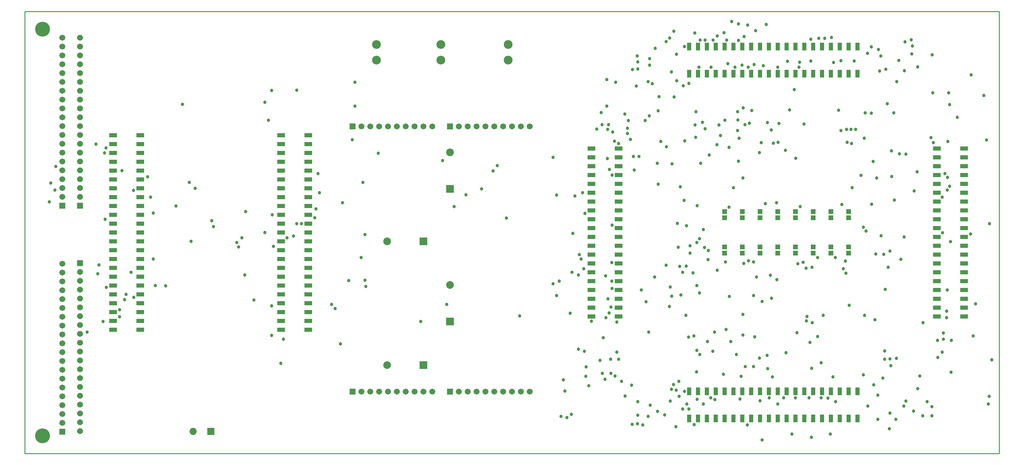
<source format=gbs>
G04 Layer_Color=16711935*
%FSLAX25Y25*%
%MOIN*%
G70*
G01*
G75*
%ADD23C,0.01000*%
%ADD42R,0.05800X0.05800*%
%ADD47R,0.04737X0.08674*%
%ADD48R,0.08674X0.04737*%
%ADD52R,0.08674X0.08674*%
%ADD53C,0.08674*%
%ADD54R,0.08674X0.08674*%
%ADD55C,0.08083*%
%ADD56R,0.08083X0.08083*%
%ADD57C,0.16800*%
%ADD58C,0.06706*%
%ADD59R,0.06706X0.06706*%
%ADD60R,0.06706X0.06706*%
%ADD61C,0.09900*%
%ADD62C,0.03800*%
G36*
X293600Y137600D02*
X284900D01*
Y142400D01*
X293600D01*
Y137600D01*
D02*
G37*
D23*
X0Y0D02*
Y500000D01*
X1100000D01*
Y0D02*
Y500000D01*
X0Y0D02*
X1100000D01*
D42*
X830000Y226500D02*
D03*
Y233500D02*
D03*
X930000Y226500D02*
D03*
Y233500D02*
D03*
X890000Y226500D02*
D03*
Y233500D02*
D03*
X810000Y273500D02*
D03*
Y266500D02*
D03*
X870000Y226500D02*
D03*
Y233500D02*
D03*
X850000Y226500D02*
D03*
Y233500D02*
D03*
X810000Y226500D02*
D03*
Y233500D02*
D03*
X790000Y226500D02*
D03*
Y233500D02*
D03*
X930000Y273500D02*
D03*
Y266500D02*
D03*
X910000Y273500D02*
D03*
Y266500D02*
D03*
Y226500D02*
D03*
Y233500D02*
D03*
X890000Y273500D02*
D03*
Y266500D02*
D03*
X870000Y273500D02*
D03*
Y266500D02*
D03*
X850000Y273500D02*
D03*
Y266500D02*
D03*
X830000Y273500D02*
D03*
Y266500D02*
D03*
X790000Y273500D02*
D03*
Y266500D02*
D03*
D47*
Y70354D02*
D03*
X770000D02*
D03*
X760000D02*
D03*
X750000D02*
D03*
X780000D02*
D03*
X830000D02*
D03*
X800000D02*
D03*
X810000D02*
D03*
X820000D02*
D03*
X840000D02*
D03*
X880000D02*
D03*
X850000D02*
D03*
X860000D02*
D03*
X870000D02*
D03*
X890000D02*
D03*
X930000D02*
D03*
X900000D02*
D03*
X910000D02*
D03*
X920000D02*
D03*
X940000D02*
D03*
Y39646D02*
D03*
X920000D02*
D03*
X910000D02*
D03*
X900000D02*
D03*
X930000D02*
D03*
X890000D02*
D03*
X870000D02*
D03*
X860000D02*
D03*
X850000D02*
D03*
X880000D02*
D03*
X840000D02*
D03*
X820000D02*
D03*
X810000D02*
D03*
X800000D02*
D03*
X830000D02*
D03*
X780000D02*
D03*
X750000D02*
D03*
X760000D02*
D03*
X770000D02*
D03*
X790000D02*
D03*
X900000Y429646D02*
D03*
X920000D02*
D03*
X930000D02*
D03*
X940000D02*
D03*
X910000D02*
D03*
X860000D02*
D03*
X890000D02*
D03*
X880000D02*
D03*
X870000D02*
D03*
X850000D02*
D03*
X810000D02*
D03*
X840000D02*
D03*
X830000D02*
D03*
X820000D02*
D03*
X800000D02*
D03*
X760000D02*
D03*
X790000D02*
D03*
X780000D02*
D03*
X770000D02*
D03*
X750000D02*
D03*
Y460354D02*
D03*
X770000D02*
D03*
X780000D02*
D03*
X790000D02*
D03*
X760000D02*
D03*
X800000D02*
D03*
X820000D02*
D03*
X830000D02*
D03*
X840000D02*
D03*
X810000D02*
D03*
X850000D02*
D03*
X870000D02*
D03*
X880000D02*
D03*
X890000D02*
D03*
X860000D02*
D03*
X910000D02*
D03*
X940000D02*
D03*
X930000D02*
D03*
X920000D02*
D03*
X900000D02*
D03*
D48*
X130291Y140000D02*
D03*
Y150000D02*
D03*
X99583Y210000D02*
D03*
Y190000D02*
D03*
Y180000D02*
D03*
Y170000D02*
D03*
Y200000D02*
D03*
Y250000D02*
D03*
Y220000D02*
D03*
Y230000D02*
D03*
Y240000D02*
D03*
Y260000D02*
D03*
Y300000D02*
D03*
Y270000D02*
D03*
Y280000D02*
D03*
Y290000D02*
D03*
Y310000D02*
D03*
Y350000D02*
D03*
Y320000D02*
D03*
Y330000D02*
D03*
Y340000D02*
D03*
Y360000D02*
D03*
X130291D02*
D03*
Y340000D02*
D03*
Y330000D02*
D03*
Y320000D02*
D03*
Y350000D02*
D03*
Y310000D02*
D03*
Y290000D02*
D03*
Y280000D02*
D03*
Y270000D02*
D03*
Y300000D02*
D03*
Y260000D02*
D03*
Y240000D02*
D03*
Y230000D02*
D03*
Y220000D02*
D03*
Y250000D02*
D03*
Y200000D02*
D03*
Y170000D02*
D03*
Y180000D02*
D03*
Y190000D02*
D03*
Y210000D02*
D03*
X289291D02*
D03*
Y190000D02*
D03*
Y180000D02*
D03*
Y170000D02*
D03*
Y200000D02*
D03*
Y250000D02*
D03*
Y220000D02*
D03*
Y230000D02*
D03*
Y240000D02*
D03*
Y260000D02*
D03*
Y300000D02*
D03*
Y270000D02*
D03*
Y280000D02*
D03*
Y290000D02*
D03*
Y310000D02*
D03*
Y350000D02*
D03*
Y320000D02*
D03*
Y330000D02*
D03*
Y340000D02*
D03*
Y360000D02*
D03*
X320000D02*
D03*
Y340000D02*
D03*
Y330000D02*
D03*
Y320000D02*
D03*
Y350000D02*
D03*
Y310000D02*
D03*
Y290000D02*
D03*
Y280000D02*
D03*
Y270000D02*
D03*
Y300000D02*
D03*
Y260000D02*
D03*
Y240000D02*
D03*
Y230000D02*
D03*
Y220000D02*
D03*
Y250000D02*
D03*
Y200000D02*
D03*
Y170000D02*
D03*
Y180000D02*
D03*
Y190000D02*
D03*
Y210000D02*
D03*
X130291Y160000D02*
D03*
X99583Y140000D02*
D03*
Y150000D02*
D03*
Y160000D02*
D03*
X320000D02*
D03*
Y150000D02*
D03*
Y140000D02*
D03*
X289291Y150000D02*
D03*
Y160000D02*
D03*
X1060354Y305000D02*
D03*
Y325000D02*
D03*
Y335000D02*
D03*
Y345000D02*
D03*
Y315000D02*
D03*
Y265000D02*
D03*
Y295000D02*
D03*
Y285000D02*
D03*
Y275000D02*
D03*
Y255000D02*
D03*
Y215000D02*
D03*
Y245000D02*
D03*
Y235000D02*
D03*
Y225000D02*
D03*
Y205000D02*
D03*
Y165000D02*
D03*
Y195000D02*
D03*
Y185000D02*
D03*
Y175000D02*
D03*
Y155000D02*
D03*
X1029646D02*
D03*
Y175000D02*
D03*
Y185000D02*
D03*
Y195000D02*
D03*
Y165000D02*
D03*
Y205000D02*
D03*
Y225000D02*
D03*
Y235000D02*
D03*
Y245000D02*
D03*
Y215000D02*
D03*
Y255000D02*
D03*
Y275000D02*
D03*
Y285000D02*
D03*
Y295000D02*
D03*
Y265000D02*
D03*
Y315000D02*
D03*
Y345000D02*
D03*
Y335000D02*
D03*
Y325000D02*
D03*
Y305000D02*
D03*
X639646Y195000D02*
D03*
Y175000D02*
D03*
Y165000D02*
D03*
Y155000D02*
D03*
Y185000D02*
D03*
Y235000D02*
D03*
Y205000D02*
D03*
Y215000D02*
D03*
Y225000D02*
D03*
Y245000D02*
D03*
Y285000D02*
D03*
Y255000D02*
D03*
Y265000D02*
D03*
Y275000D02*
D03*
Y295000D02*
D03*
Y335000D02*
D03*
Y305000D02*
D03*
Y315000D02*
D03*
Y325000D02*
D03*
Y345000D02*
D03*
X670354D02*
D03*
Y325000D02*
D03*
Y315000D02*
D03*
Y305000D02*
D03*
Y335000D02*
D03*
Y295000D02*
D03*
Y275000D02*
D03*
Y265000D02*
D03*
Y255000D02*
D03*
Y285000D02*
D03*
Y245000D02*
D03*
Y225000D02*
D03*
Y215000D02*
D03*
Y205000D02*
D03*
Y235000D02*
D03*
Y185000D02*
D03*
Y155000D02*
D03*
Y165000D02*
D03*
Y175000D02*
D03*
Y195000D02*
D03*
D52*
X480000Y299409D02*
D03*
Y149409D02*
D03*
D53*
Y340591D02*
D03*
Y190591D02*
D03*
X408909Y240000D02*
D03*
Y100000D02*
D03*
D54*
X450091Y240000D02*
D03*
Y100000D02*
D03*
D55*
X190000Y25000D02*
D03*
D56*
X210000D02*
D03*
D57*
X20000Y20000D02*
D03*
Y480000D02*
D03*
D58*
X42300Y214800D02*
D03*
Y204800D02*
D03*
Y194800D02*
D03*
Y184800D02*
D03*
Y174800D02*
D03*
Y164800D02*
D03*
Y154800D02*
D03*
Y144800D02*
D03*
Y134800D02*
D03*
Y124800D02*
D03*
Y114800D02*
D03*
Y104800D02*
D03*
Y94800D02*
D03*
Y84800D02*
D03*
Y74800D02*
D03*
Y64800D02*
D03*
Y54800D02*
D03*
Y44800D02*
D03*
Y34800D02*
D03*
X62300Y25300D02*
D03*
Y35300D02*
D03*
Y45300D02*
D03*
Y55300D02*
D03*
Y65300D02*
D03*
Y75300D02*
D03*
Y85300D02*
D03*
Y95300D02*
D03*
Y105300D02*
D03*
Y115300D02*
D03*
Y125300D02*
D03*
Y135300D02*
D03*
Y145300D02*
D03*
Y155300D02*
D03*
Y165300D02*
D03*
Y175300D02*
D03*
Y185300D02*
D03*
Y195300D02*
D03*
Y205300D02*
D03*
Y470400D02*
D03*
Y460400D02*
D03*
Y450400D02*
D03*
Y440400D02*
D03*
Y430400D02*
D03*
Y420400D02*
D03*
Y410400D02*
D03*
Y400400D02*
D03*
Y390400D02*
D03*
Y380400D02*
D03*
Y370400D02*
D03*
Y360400D02*
D03*
Y350400D02*
D03*
Y340400D02*
D03*
Y330400D02*
D03*
Y320400D02*
D03*
Y310400D02*
D03*
Y300400D02*
D03*
Y290400D02*
D03*
X42300Y470400D02*
D03*
Y460400D02*
D03*
Y450400D02*
D03*
Y440400D02*
D03*
Y430400D02*
D03*
Y420400D02*
D03*
Y410400D02*
D03*
Y400400D02*
D03*
Y390400D02*
D03*
Y380400D02*
D03*
Y370400D02*
D03*
Y360400D02*
D03*
Y350400D02*
D03*
Y340400D02*
D03*
Y330400D02*
D03*
Y320400D02*
D03*
Y310400D02*
D03*
Y300400D02*
D03*
Y290400D02*
D03*
X380000Y370000D02*
D03*
X400000D02*
D03*
X410000D02*
D03*
X420000D02*
D03*
X430000D02*
D03*
X440000D02*
D03*
X450000D02*
D03*
X460000D02*
D03*
X390000D02*
D03*
X380000Y70000D02*
D03*
X400000D02*
D03*
X410000D02*
D03*
X420000D02*
D03*
X430000D02*
D03*
X440000D02*
D03*
X450000D02*
D03*
X460000D02*
D03*
X390000D02*
D03*
X490000Y370000D02*
D03*
X510000D02*
D03*
X520000D02*
D03*
X530000D02*
D03*
X540000D02*
D03*
X550000D02*
D03*
X560000D02*
D03*
X570000D02*
D03*
X500000D02*
D03*
X490000Y70000D02*
D03*
X510000D02*
D03*
X520000D02*
D03*
X530000D02*
D03*
X540000D02*
D03*
X550000D02*
D03*
X560000D02*
D03*
X570000D02*
D03*
X500000D02*
D03*
D59*
X42300Y24800D02*
D03*
X62300Y215300D02*
D03*
Y280400D02*
D03*
X42300D02*
D03*
D60*
X370000Y370000D02*
D03*
Y70000D02*
D03*
X480000Y370000D02*
D03*
Y70000D02*
D03*
D61*
X469483Y462615D02*
D03*
Y444898D02*
D03*
X396983Y462615D02*
D03*
Y444898D02*
D03*
X545483Y462615D02*
D03*
Y444898D02*
D03*
D62*
X971400Y185800D02*
D03*
X120004Y205104D02*
D03*
X107000Y162600D02*
D03*
X147200Y190000D02*
D03*
X122900Y176800D02*
D03*
X114300Y180000D02*
D03*
X80200Y350000D02*
D03*
X29300Y306100D02*
D03*
X312200Y260000D02*
D03*
X271100Y397200D02*
D03*
Y250000D02*
D03*
X178100Y394900D02*
D03*
X245130Y243900D02*
D03*
X307100Y411100D02*
D03*
Y260000D02*
D03*
X83783Y213400D02*
D03*
X82300Y203400D02*
D03*
X88200Y149400D02*
D03*
X112604Y173900D02*
D03*
X278800Y167100D02*
D03*
Y133800D02*
D03*
X280600Y234400D02*
D03*
X248200Y202000D02*
D03*
X91600Y345800D02*
D03*
X275100Y376900D02*
D03*
X296100Y244000D02*
D03*
X33900Y297900D02*
D03*
X142008Y290000D02*
D03*
X138500Y313000D02*
D03*
X170800Y280000D02*
D03*
X292100Y129300D02*
D03*
X765000Y374800D02*
D03*
X795200Y177600D02*
D03*
X1007300Y318700D02*
D03*
X1040500Y153750D02*
D03*
X730300Y177900D02*
D03*
X328500Y276600D02*
D03*
X385100Y189100D02*
D03*
X976600Y229000D02*
D03*
X992600Y245000D02*
D03*
X1041600Y312200D02*
D03*
X1044100Y302400D02*
D03*
X693300Y336000D02*
D03*
X686826D02*
D03*
X797100Y126800D02*
D03*
X770600D02*
D03*
X887900Y18300D02*
D03*
X685600Y32900D02*
D03*
X691657Y33800D02*
D03*
X909400Y22000D02*
D03*
X866100Y22100D02*
D03*
X697600Y32300D02*
D03*
X830000Y59667D02*
D03*
X703631Y42000D02*
D03*
X888400Y96400D02*
D03*
X976600Y106900D02*
D03*
X970700Y106800D02*
D03*
X822500Y98300D02*
D03*
X970700Y115900D02*
D03*
X813300Y98300D02*
D03*
X968700Y85200D02*
D03*
X808500Y87300D02*
D03*
X788600Y89800D02*
D03*
X977600Y99400D02*
D03*
X983200Y38600D02*
D03*
X765900Y55900D02*
D03*
X842600Y366000D02*
D03*
X813000Y372000D02*
D03*
X797975Y488575D02*
D03*
X993750Y465500D02*
D03*
X1000500Y467900D02*
D03*
X815900Y484800D02*
D03*
X805500Y486112D02*
D03*
X986600Y444800D02*
D03*
X913100Y442200D02*
D03*
X1001300Y452000D02*
D03*
X936400Y443900D02*
D03*
X724100Y466057D02*
D03*
X887400Y444100D02*
D03*
X743300Y416100D02*
D03*
X730100Y431500D02*
D03*
X861100Y443600D02*
D03*
X735500Y451667D02*
D03*
X921200Y444200D02*
D03*
X951400Y452500D02*
D03*
X727900Y470000D02*
D03*
X399100Y339500D02*
D03*
X918500Y388300D02*
D03*
X1052800Y380200D02*
D03*
X976550Y45750D02*
D03*
X1045500Y92000D02*
D03*
X631000Y208900D02*
D03*
X714900Y304600D02*
D03*
X766100Y253400D02*
D03*
X963100Y65900D02*
D03*
Y38700D02*
D03*
X1023000Y357200D02*
D03*
X966500Y246300D02*
D03*
X978700Y313300D02*
D03*
X946700Y255987D02*
D03*
X944000Y314800D02*
D03*
X957633Y330200D02*
D03*
X994600Y338800D02*
D03*
X978200Y342200D02*
D03*
X981100Y385462D02*
D03*
X749500Y50200D02*
D03*
X759100Y280300D02*
D03*
X981700Y286500D02*
D03*
X1004100Y297074D02*
D03*
X755500Y32700D02*
D03*
X690400Y415600D02*
D03*
X1024900Y408000D02*
D03*
X946500Y89000D02*
D03*
X906700Y62500D02*
D03*
X912200Y86500D02*
D03*
X1030200Y128000D02*
D03*
X1010300Y87600D02*
D03*
X915300Y58500D02*
D03*
X850000Y55898D02*
D03*
X1036970Y129200D02*
D03*
X1035700Y114700D02*
D03*
X1030600Y108600D02*
D03*
X1046100Y128000D02*
D03*
X885429Y62900D02*
D03*
X859200Y114100D02*
D03*
X776500Y115700D02*
D03*
X758500Y116600D02*
D03*
X899000Y102800D02*
D03*
Y62900D02*
D03*
X870000D02*
D03*
X841600Y201500D02*
D03*
X754200Y204300D02*
D03*
X856500Y62900D02*
D03*
X849000Y196635D02*
D03*
X710900Y199500D02*
D03*
X736700Y260300D02*
D03*
X758500Y238500D02*
D03*
X758700Y190100D02*
D03*
X843000Y175500D02*
D03*
X844100Y86600D02*
D03*
X747100Y257549D02*
D03*
X761600Y243049D02*
D03*
Y181800D02*
D03*
X740700Y179400D02*
D03*
X738400Y81600D02*
D03*
X729900Y72750D02*
D03*
X732300Y78000D02*
D03*
X759000Y61452D02*
D03*
X767400Y233000D02*
D03*
X750900Y235000D02*
D03*
X774300Y63000D02*
D03*
X771200Y219400D02*
D03*
X751000Y226620D02*
D03*
X746700Y212100D02*
D03*
X739200Y211700D02*
D03*
X735200Y71500D02*
D03*
X666398Y87700D02*
D03*
X662900Y186700D02*
D03*
X661500Y165700D02*
D03*
X661300Y106800D02*
D03*
X625000Y201900D02*
D03*
X624900Y117861D02*
D03*
X652000Y90761D02*
D03*
X628000Y220100D02*
D03*
X631700Y115600D02*
D03*
X649300Y105400D02*
D03*
X663600Y363800D02*
D03*
X663000Y258400D02*
D03*
X658000Y366700D02*
D03*
X659000Y372100D02*
D03*
X657600Y333600D02*
D03*
X650484Y385700D02*
D03*
X662900Y315000D02*
D03*
X688042Y320700D02*
D03*
X790900Y216500D02*
D03*
X665800Y353400D02*
D03*
X680400Y368000D02*
D03*
X730800Y327700D02*
D03*
X727600Y166400D02*
D03*
X810600Y134100D02*
D03*
X810800Y157300D02*
D03*
X701281Y171600D02*
D03*
X660000Y321182D02*
D03*
X816900Y218100D02*
D03*
X822600Y178800D02*
D03*
X596300Y192100D02*
D03*
Y335000D02*
D03*
X791600Y140300D02*
D03*
X600200Y178800D02*
D03*
Y292200D02*
D03*
X826000Y199500D02*
D03*
X882000Y209500D02*
D03*
X871700Y136800D02*
D03*
X633600Y98000D02*
D03*
X632300Y271800D02*
D03*
X872500Y214600D02*
D03*
X618700Y249000D02*
D03*
X633300Y87200D02*
D03*
X901398Y156402D02*
D03*
X878800Y216400D02*
D03*
X685000Y77400D02*
D03*
X636600Y76700D02*
D03*
X626000Y225000D02*
D03*
X742600Y204900D02*
D03*
X714195Y47800D02*
D03*
X616900Y44300D02*
D03*
X617500Y205000D02*
D03*
X746300Y156400D02*
D03*
X755200Y132900D02*
D03*
X1008000Y73300D02*
D03*
X1070500Y132850D02*
D03*
X1024200Y451100D02*
D03*
X1085500Y354500D02*
D03*
X910600Y470800D02*
D03*
X903000Y469500D02*
D03*
X1091800Y106000D02*
D03*
X994700Y59400D02*
D03*
X992200Y53550D02*
D03*
X1088700Y64596D02*
D03*
X896200Y469700D02*
D03*
X887200Y468800D02*
D03*
X1087700Y56100D02*
D03*
X1003300Y48000D02*
D03*
X938000Y366600D02*
D03*
X879500Y372700D02*
D03*
X863400Y388800D02*
D03*
X811000Y390900D02*
D03*
X801800Y437100D02*
D03*
X774500Y437000D02*
D03*
X768100Y467800D02*
D03*
X789364Y475864D02*
D03*
X781400Y349300D02*
D03*
X933280Y350800D02*
D03*
X932720Y366600D02*
D03*
X783600Y371500D02*
D03*
X781700Y472350D02*
D03*
X805500Y467200D02*
D03*
X818100Y373500D02*
D03*
X928200Y352000D02*
D03*
X711700Y458400D02*
D03*
X704900Y381900D02*
D03*
X851398Y373200D02*
D03*
X716000Y403600D02*
D03*
X757200Y357500D02*
D03*
X844939Y351000D02*
D03*
X868500Y411500D02*
D03*
X749500Y418600D02*
D03*
X744500Y460300D02*
D03*
X858800Y342900D02*
D03*
X756500Y371800D02*
D03*
X735900Y421500D02*
D03*
X761100Y437100D02*
D03*
X757600Y386800D02*
D03*
X804700D02*
D03*
X805100Y377200D02*
D03*
X838300Y374300D02*
D03*
X703500Y420600D02*
D03*
X745000Y353700D02*
D03*
X829300Y340200D02*
D03*
X831300Y351600D02*
D03*
X806400Y356800D02*
D03*
X793800Y440900D02*
D03*
X809650Y439200D02*
D03*
X823167Y439933D02*
D03*
X816500Y437000D02*
D03*
X837000Y485400D02*
D03*
X1002000Y461100D02*
D03*
X1008000Y437400D02*
D03*
X972000Y434700D02*
D03*
X984228Y420500D02*
D03*
X874500Y442800D02*
D03*
X705400Y446800D02*
D03*
X691200Y449650D02*
D03*
X692000Y434970D02*
D03*
X705300Y439300D02*
D03*
X686000Y434300D02*
D03*
X1073400Y169300D02*
D03*
X1013900Y148000D02*
D03*
X895000Y132200D02*
D03*
X677497Y65100D02*
D03*
X778700Y137400D02*
D03*
X704400D02*
D03*
X210900Y263400D02*
D03*
X187500Y240000D02*
D03*
X239400Y238600D02*
D03*
X1036000Y249600D02*
D03*
X350200Y164100D02*
D03*
X356300Y123900D02*
D03*
X365500Y195500D02*
D03*
X848600Y283600D02*
D03*
X1013500Y42500D02*
D03*
X1024100Y53100D02*
D03*
Y42500D02*
D03*
X747431Y55831D02*
D03*
X673700Y81600D02*
D03*
X823957Y132000D02*
D03*
X749400Y131700D02*
D03*
X657000Y422900D02*
D03*
X888600Y210600D02*
D03*
X657000Y393100D02*
D03*
X372700D02*
D03*
X471800Y331200D02*
D03*
X805500Y330800D02*
D03*
X927017Y204100D02*
D03*
X790319Y376850D02*
D03*
X772800Y337500D02*
D03*
X810800Y311800D02*
D03*
X1040500Y161100D02*
D03*
X974800Y210500D02*
D03*
X107000Y154500D02*
D03*
X91900Y188000D02*
D03*
X159000Y189800D02*
D03*
X90000Y340000D02*
D03*
X35000Y324800D02*
D03*
X109700Y320000D02*
D03*
X303200Y246000D02*
D03*
X249200Y273700D02*
D03*
X213000Y256600D02*
D03*
X241300Y233600D02*
D03*
X70300Y137300D02*
D03*
X289100Y102100D02*
D03*
X90800Y265100D02*
D03*
X192300Y300000D02*
D03*
X185700Y306600D02*
D03*
X279400Y270000D02*
D03*
X278800Y410800D02*
D03*
X27800Y284800D02*
D03*
X122700Y297500D02*
D03*
X358700Y283800D02*
D03*
X381500Y306600D02*
D03*
X700200Y376800D02*
D03*
X870200Y334000D02*
D03*
X681200Y376800D02*
D03*
X947800Y356600D02*
D03*
X987200Y338900D02*
D03*
X959800Y151200D02*
D03*
X883100Y155000D02*
D03*
X384000Y247800D02*
D03*
X145000Y272000D02*
D03*
Y220000D02*
D03*
X327219Y266600D02*
D03*
X379700Y221800D02*
D03*
X332657Y295000D02*
D03*
X683488Y355400D02*
D03*
X714057Y328400D02*
D03*
X659700Y159000D02*
D03*
X652900Y131000D02*
D03*
X668400Y114700D02*
D03*
Y148600D02*
D03*
X761900Y112000D02*
D03*
X803300D02*
D03*
X886400Y125700D02*
D03*
X838000Y110900D02*
D03*
X692100Y43200D02*
D03*
X735000Y30400D02*
D03*
X838500Y96000D02*
D03*
X692000Y58800D02*
D03*
X984100Y107500D02*
D03*
X829400Y107900D02*
D03*
X742600Y50400D02*
D03*
X976000Y27900D02*
D03*
X992900Y432970D02*
D03*
X964900Y432800D02*
D03*
X955800Y459900D02*
D03*
X756400Y475700D02*
D03*
X732600Y477600D02*
D03*
X963600Y456900D02*
D03*
X515571Y299409D02*
D03*
X446846Y149409D02*
D03*
X498000Y292600D02*
D03*
X484700Y279300D02*
D03*
X346300Y168800D02*
D03*
X476200D02*
D03*
X807263Y61600D02*
D03*
X706093Y54793D02*
D03*
X645700Y366900D02*
D03*
X1025676Y351676D02*
D03*
X1042000Y353000D02*
D03*
X1067700Y248400D02*
D03*
X258500Y173500D02*
D03*
X733000Y403200D02*
D03*
X655900Y153700D02*
D03*
X558700Y155700D02*
D03*
X330900Y316500D02*
D03*
X369500Y355100D02*
D03*
X989100Y219500D02*
D03*
X969600Y225300D02*
D03*
X934000Y300600D02*
D03*
X961600Y311700D02*
D03*
X1042900Y408000D02*
D03*
X832400Y15400D02*
D03*
X815500Y32300D02*
D03*
X951800Y53700D02*
D03*
X973600Y395600D02*
D03*
X1043900Y394500D02*
D03*
X1036900Y136300D02*
D03*
X1018600Y58800D02*
D03*
X762900Y328200D02*
D03*
X949700Y251600D02*
D03*
X958400Y77600D02*
D03*
X840300Y62900D02*
D03*
X832400Y172000D02*
D03*
X728600Y188200D02*
D03*
X737700Y233300D02*
D03*
X771600Y229600D02*
D03*
X779100Y61100D02*
D03*
X738800Y64800D02*
D03*
X744500Y70143D02*
D03*
X661500Y90600D02*
D03*
X670200Y106800D02*
D03*
X654900Y84000D02*
D03*
X658350Y175000D02*
D03*
X662700Y195000D02*
D03*
X723900Y213000D02*
D03*
X677200Y384000D02*
D03*
X651500Y372000D02*
D03*
X670400Y350500D02*
D03*
X680237Y362013D02*
D03*
X811720Y215059D02*
D03*
X621100Y291200D02*
D03*
X609700Y70700D02*
D03*
X882400Y150000D02*
D03*
X888900Y148000D02*
D03*
X608100Y83400D02*
D03*
X629500Y295000D02*
D03*
X781600Y207300D02*
D03*
X603200Y195000D02*
D03*
X605200Y41900D02*
D03*
X722300Y43600D02*
D03*
X728600Y59300D02*
D03*
X612000Y40800D02*
D03*
X615800Y158800D02*
D03*
X758400Y92200D02*
D03*
X1068200Y428200D02*
D03*
X1082500Y404900D02*
D03*
X948500Y385200D02*
D03*
X812050Y471750D02*
D03*
X820600Y387900D02*
D03*
X955800Y385100D02*
D03*
X762200Y467800D02*
D03*
X767907Y367450D02*
D03*
X927602Y366600D02*
D03*
X792200Y467800D02*
D03*
X804500Y365300D02*
D03*
X921300D02*
D03*
X850400Y352000D02*
D03*
X785400Y359700D02*
D03*
X776900Y467800D02*
D03*
X873900Y437100D02*
D03*
X833800Y438600D02*
D03*
X966300Y449500D02*
D03*
X825000Y478200D02*
D03*
X850000Y437100D02*
D03*
X708193Y418300D02*
D03*
X692000Y442900D02*
D03*
X715100Y387500D02*
D03*
X795000Y278500D02*
D03*
X875200Y279300D02*
D03*
X915000Y221500D02*
D03*
X800000Y300600D02*
D03*
X724300Y346900D02*
D03*
X895000Y221500D02*
D03*
X384100Y196000D02*
D03*
X922200Y281600D02*
D03*
X956100Y282000D02*
D03*
X960500Y225600D02*
D03*
X739900Y301800D02*
D03*
X718000Y352900D02*
D03*
X667100Y420000D02*
D03*
X372700D02*
D03*
X822800Y216600D02*
D03*
X744200Y286200D02*
D03*
X836043Y282600D02*
D03*
X528800Y319800D02*
D03*
X543500Y266400D02*
D03*
X533200Y325500D02*
D03*
X639700Y149500D02*
D03*
X930600Y167700D02*
D03*
X695900Y185000D02*
D03*
X948100Y156400D02*
D03*
X924100Y208900D02*
D03*
X662700Y215900D02*
D03*
X1041300Y185000D02*
D03*
X1041200Y297900D02*
D03*
X1038529Y316600D02*
D03*
X1035800Y290100D02*
D03*
X795100Y346400D02*
D03*
X926300Y217550D02*
D03*
X655800Y201100D02*
D03*
X1045000Y239500D02*
D03*
X1088900Y260100D02*
D03*
M02*

</source>
